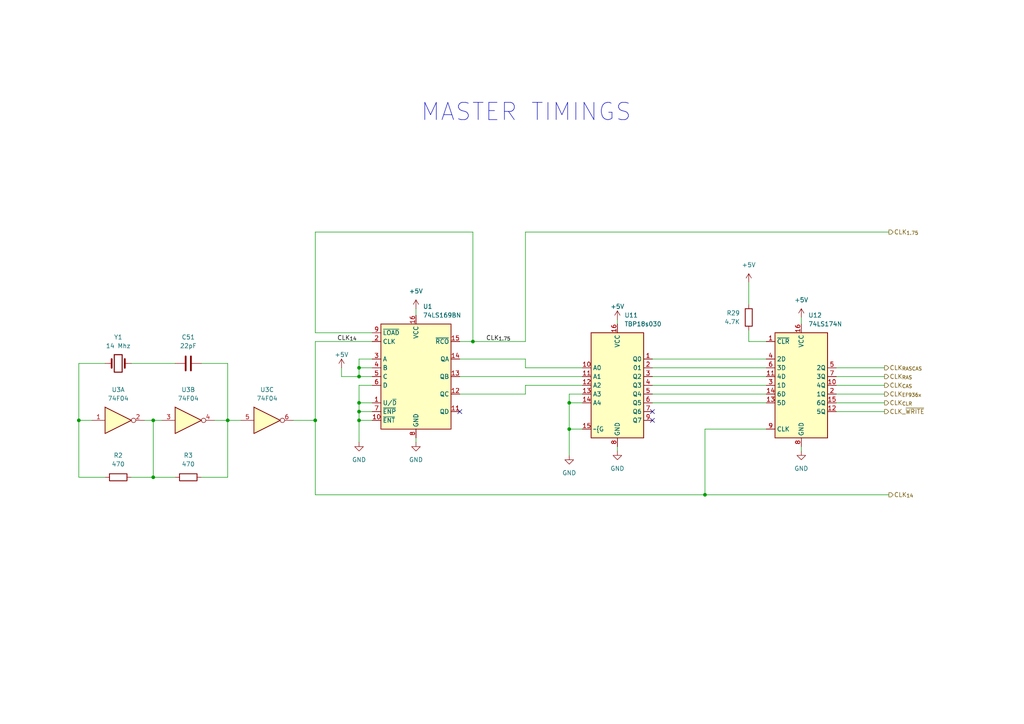
<source format=kicad_sch>
(kicad_sch (version 20230121) (generator eeschema)
  (paper "A4")
  (title_block (title "LOW SPEED GRAPHIK") (date "2022-03-13") (rev "V001") (comment 1 "reverse-engineered in 2022") (comment 2 "creativecommons.org/licenses/by-sa/4.0/") (comment 3 "License: CC BY-SA 4.0") (comment 4 "Author: InsaneDruid"))
  (lib_symbols
    (symbol "74xx:74AHC04"
      (property "Reference" "U" (at 0 1.27 0))
      (property "Value" "74AHC04" (at 0 -1.27 0))
      (symbol "74AHC04_1_0"
        (polyline (pts (xy -3.81 3.81) (xy -3.81 -3.81) (xy 3.81 0) (xy -3.81 3.81)) (stroke (width 0.254)) (fill (type background)))
        (pin input line (at -7.62 0 0) (length 3.81) (name "~") (number "1"))
        (pin output inverted (at 7.62 0 180) (length 3.81) (name "~") (number "2"))
      )
      (symbol "74AHC04_2_0"
        (polyline (pts (xy -3.81 3.81) (xy -3.81 -3.81) (xy 3.81 0) (xy -3.81 3.81)) (stroke (width 0.254)) (fill (type background)))
        (pin input line (at -7.62 0 0) (length 3.81) (name "~") (number "3"))
        (pin output inverted (at 7.62 0 180) (length 3.81) (name "~") (number "4"))
      )
      (symbol "74AHC04_3_0"
        (polyline (pts (xy -3.81 3.81) (xy -3.81 -3.81) (xy 3.81 0) (xy -3.81 3.81)) (stroke (width 0.254)) (fill (type background)))
        (pin input line (at -7.62 0 0) (length 3.81) (name "~") (number "5"))
        (pin output inverted (at 7.62 0 180) (length 3.81) (name "~") (number "6"))
      )
      (symbol "74AHC04_4_0"
        (polyline (pts (xy -3.81 3.81) (xy -3.81 -3.81) (xy 3.81 0) (xy -3.81 3.81)) (stroke (width 0.254)) (fill (type background)))
        (pin output inverted (at 7.62 0 180) (length 3.81) (name "~") (number "8"))
        (pin input line (at -7.62 0 0) (length 3.81) (name "~") (number "9"))
      )
      (symbol "74AHC04_5_0"
        (polyline (pts (xy -3.81 3.81) (xy -3.81 -3.81) (xy 3.81 0) (xy -3.81 3.81)) (stroke (width 0.254)) (fill (type background)))
        (pin output inverted (at 7.62 0 180) (length 3.81) (name "~") (number "10"))
        (pin input line (at -7.62 0 0) (length 3.81) (name "~") (number "11"))
      )
      (symbol "74AHC04_6_0"
        (polyline (pts (xy -3.81 3.81) (xy -3.81 -3.81) (xy 3.81 0) (xy -3.81 3.81)) (stroke (width 0.254)) (fill (type background)))
        (pin output inverted (at 7.62 0 180) (length 3.81) (name "~") (number "12"))
        (pin input line (at -7.62 0 0) (length 3.81) (name "~") (number "13"))
      )
      (symbol "74AHC04_7_0"
        (pin power_in line (at 0 12.7 270) (length 5.08) (name "VCC") (number "14"))
        (pin power_in line (at 0 -12.7 90) (length 5.08) (name "GND") (number "7"))
      )
      (symbol "74AHC04_7_1"
        (rectangle (start -5.08 7.62) (end 5.08 -7.62) (stroke (width 0.254)) (fill (type background)))
      )
    )
    (symbol "Device:C" (pin_numbers hide) (pin_names (offset 0.254))
      (property "Reference" "C" (at 0.635 2.54 0))
      (property "Value" "C" (at 0.635 -2.54 0))
      (symbol "C_0_1"
        (polyline (pts (xy -2.032 -0.762) (xy 2.032 -0.762)) (stroke (width 0.508)))
        (polyline (pts (xy -2.032 0.762) (xy 2.032 0.762)) (stroke (width 0.508)))
      )
      (symbol "C_1_1"
        (pin passive line (at 0 3.81 270) (length 2.794) (name "~") (number "1"))
        (pin passive line (at 0 -3.81 90) (length 2.794) (name "~") (number "2"))
      )
    )
    (symbol "Device:Crystal" (pin_numbers hide) (pin_names (offset 1.016) hide)
      (property "Reference" "Y" (at 0 3.81 0))
      (property "Value" "Crystal" (at 0 -3.81 0))
      (symbol "Crystal_0_1"
        (rectangle (start -1.143 2.54) (end 1.143 -2.54) (stroke (width 0.3048)))
        (polyline (pts (xy -2.54 0) (xy -1.905 0)))
        (polyline (pts (xy -1.905 -1.27) (xy -1.905 1.27)) (stroke (width 0.508)))
        (polyline (pts (xy 1.905 -1.27) (xy 1.905 1.27)) (stroke (width 0.508)))
        (polyline (pts (xy 2.54 0) (xy 1.905 0)))
      )
      (symbol "Crystal_1_1"
        (pin passive line (at -3.81 0 0) (length 1.27) (name "1") (number "1"))
        (pin passive line (at 3.81 0 180) (length 1.27) (name "2") (number "2"))
      )
    )
    (symbol "Device:R" (pin_numbers hide) (pin_names (offset 0))
      (property "Reference" "R" (at 2.032 0 90))
      (property "Value" "R" (at 0 0 90))
      (symbol "R_0_1"
        (rectangle (start -1.016 -2.54) (end 1.016 2.54) (stroke (width 0.254)))
      )
      (symbol "R_1_1"
        (pin passive line (at 0 3.81 270) (length 1.27) (name "~") (number "1"))
        (pin passive line (at 0 -3.81 90) (length 1.27) (name "~") (number "2"))
      )
    )
    (symbol "HGS_lib_sch:SN74LS169BN"
      (property "Reference" "U1" (at -10.16 17.78 0))
      (property "Value" "SN74LS169BN" (at 5.08 -17.78 0))
      (symbol "SN74LS169BN_0_0"
        (pin input line (at -12.7 -7.62 0) (length 2.54) (name "U/~{D}") (number "1"))
        (pin input line (at -12.7 -12.7 0) (length 2.54) (name "~{ENT}") (number "10"))
        (pin output line (at 12.7 -10.16 180) (length 2.54) (name "QD") (number "11"))
        (pin output line (at 12.7 -5.08 180) (length 2.54) (name "QC") (number "12"))
        (pin output line (at 12.7 0 180) (length 2.54) (name "QB") (number "13"))
        (pin output line (at 12.7 5.08 180) (length 2.54) (name "QA") (number "14"))
        (pin output line (at 12.7 10.16 180) (length 2.54) (name "~{RCO}") (number "15"))
        (pin power_in line (at 0 17.78 270) (length 2.54) (name "VCC") (number "16"))
        (pin input line (at -12.7 10.16 0) (length 2.54) (name "CLK") (number "2"))
        (pin input line (at -12.7 5.08 0) (length 2.54) (name "A") (number "3"))
        (pin input line (at -12.7 2.54 0) (length 2.54) (name "B") (number "4"))
        (pin input line (at -12.7 0 0) (length 2.54) (name "C") (number "5"))
        (pin input line (at -12.7 -2.54 0) (length 2.54) (name "D") (number "6"))
        (pin input line (at -12.7 -10.16 0) (length 2.54) (name "~{ENP}") (number "7"))
        (pin power_in line (at 0 -17.78 90) (length 2.54) (name "GND") (number "8"))
        (pin input line (at -12.7 12.7 0) (length 2.54) (name "~{LOAD}") (number "9"))
      )
      (symbol "SN74LS169BN_0_1"
        (polyline (pts (xy -10.16 15.24) (xy 10.16 15.24) (xy 10.16 -15.24) (xy -10.16 -15.24) (xy -10.16 15.24)) (stroke (width 0.254)) (fill (type background)))
      )
    )
    (symbol "HGS_lib_sch:SN74LS174N"
      (property "Reference" "U12" (at -7.62 17.78 0))
      (property "Value" "SN74LS174N" (at 2.54 -17.78 0))
      (symbol "SN74LS174N_0_0"
        (pin input line (at -10.16 12.7 0) (length 2.54) (name "~{CLR}") (number "1"))
        (pin output line (at 10.16 0 180) (length 2.54) (name "4Q") (number "10"))
        (pin input line (at -10.16 2.54 0) (length 2.54) (name "4D") (number "11"))
        (pin output line (at 10.16 -7.62 180) (length 2.54) (name "5Q") (number "12"))
        (pin input line (at -10.16 -5.08 0) (length 2.54) (name "5D") (number "13"))
        (pin input line (at -10.16 -2.54 0) (length 2.54) (name "6D") (number "14"))
        (pin output line (at 10.16 -5.08 180) (length 2.54) (name "6Q") (number "15"))
        (pin power_in line (at 0 17.78 270) (length 2.54) (name "VCC") (number "16"))
        (pin output line (at 10.16 -2.54 180) (length 2.54) (name "1Q") (number "2"))
        (pin input line (at -10.16 0 0) (length 2.54) (name "1D") (number "3"))
        (pin input line (at -10.16 7.62 0) (length 2.54) (name "2D") (number "4"))
        (pin output line (at 10.16 5.08 180) (length 2.54) (name "2Q") (number "5"))
        (pin input line (at -10.16 5.08 0) (length 2.54) (name "3D") (number "6"))
        (pin output line (at 10.16 2.54 180) (length 2.54) (name "3Q") (number "7"))
        (pin power_in line (at 0 -17.78 90) (length 2.54) (name "GND") (number "8"))
        (pin input line (at -10.16 -12.7 0) (length 2.54) (name "CLK") (number "9"))
      )
      (symbol "SN74LS174N_0_1"
        (polyline (pts (xy -7.62 15.24) (xy 7.62 15.24) (xy 7.62 -15.24) (xy -7.62 -15.24) (xy -7.62 15.24)) (stroke (width 0.254)) (fill (type background)))
      )
    )
    (symbol "HGS_lib_sch:TBP18s030"
      (property "Reference" "U11" (at -7.62 16.51 0))
      (property "Value" "TBP18s030" (at 2.54 -19.05 0))
      (symbol "TBP18s030_0_1"
        (rectangle (start -7.62 15.24) (end 7.62 -15.24) (stroke (width 0.254)) (fill (type background)))
      )
      (symbol "TBP18s030_1_1"
        (pin output line (at 10.16 7.62 180) (length 2.54) (name "Q0") (number "1"))
        (pin input line (at -10.16 5.08 0) (length 2.54) (name "A0") (number "10"))
        (pin input line (at -10.16 2.54 0) (length 2.54) (name "A1") (number "11"))
        (pin input line (at -10.16 0 0) (length 2.54) (name "A2") (number "12"))
        (pin input line (at -10.16 -2.54 0) (length 2.54) (name "A3") (number "13"))
        (pin input line (at -10.16 -5.08 0) (length 2.54) (name "A4") (number "14"))
        (pin input line (at -10.16 -12.7 0) (length 2.54) (name "~{G") (number "15"))
        (pin power_in line (at 0 17.78 270) (length 2.54) (name "VCC") (number "16"))
        (pin output line (at 10.16 5.08 180) (length 2.54) (name "01") (number "2"))
        (pin output line (at 10.16 2.54 180) (length 2.54) (name "Q2") (number "3"))
        (pin output line (at 10.16 0 180) (length 2.54) (name "Q3") (number "4"))
        (pin output line (at 10.16 -2.54 180) (length 2.54) (name "Q4") (number "5"))
        (pin output line (at 10.16 -5.08 180) (length 2.54) (name "Q5") (number "6"))
        (pin output line (at 10.16 -7.62 180) (length 2.54) (name "Q6") (number "7"))
        (pin power_in line (at 0 -17.78 90) (length 2.54) (name "GND") (number "8"))
        (pin output line (at 10.16 -10.16 180) (length 2.54) (name "Q7") (number "9"))
      )
    )
    (symbol "power:+5V" (power) (pin_names (offset 0))
      (property "Value" "+5V" (at 0 3.556 0))
      (symbol "+5V_0_1"
        (polyline (pts (xy -0.762 1.27) (xy 0 2.54)))
        (polyline (pts (xy 0 0) (xy 0 2.54)))
        (polyline (pts (xy 0 2.54) (xy 0.762 1.27)))
      )
      (symbol "+5V_1_1"
        (pin power_in line (at 0 0 90) (length 0) hide (name "+5V") (number "1"))
      )
    )
    (symbol "power:GND" (power) (pin_names (offset 0))
      (property "Value" "GND" (at 0 -3.81 0))
      (symbol "GND_0_1"
        (polyline (pts (xy 0 0) (xy 0 -1.27) (xy 1.27 -1.27) (xy 0 -2.54) (xy -1.27 -1.27) (xy 0 -1.27)))
      )
      (symbol "GND_1_1"
        (pin power_in line (at 0 0 270) (length 0) hide (name "GND") (number "1"))
      )
    )
  )
  (junction (at 44.45 121.92))
  (junction (at 165.1 124.46))
  (junction (at 44.45 138.43))
  (junction (at 104.14 116.84))
  (junction (at 104.14 121.92))
  (junction (at 91.44 121.92))
  (junction (at 137.16 99.06))
  (junction (at 104.14 106.68))
  (junction (at 22.86 121.92))
  (junction (at 66.04 121.92))
  (junction (at 104.14 109.22))
  (junction (at 104.14 119.38))
  (junction (at 165.1 116.84))
  (junction (at 204.47 143.51))
  (no_connect (at 133.35 119.38))
  (no_connect (at 189.23 119.38))
  (no_connect (at 189.23 121.92))
  (wire (pts (xy 104.14 106.68) (xy 104.14 104.14)))
  (wire (pts (xy 152.4 111.76) (xy 168.91 111.76)))
  (wire (pts (xy 152.4 111.76) (xy 152.4 114.3)))
  (wire (pts (xy 22.86 105.41) (xy 22.86 121.92)))
  (wire (pts (xy 85.09 121.92) (xy 91.44 121.92)))
  (wire (pts (xy 242.57 106.68) (xy 256.54 106.68)))
  (wire (pts (xy 62.23 121.92) (xy 66.04 121.92)))
  (wire (pts (xy 137.16 99.06) (xy 152.4 99.06)))
  (wire (pts (xy 104.14 104.14) (xy 107.95 104.14)))
  (wire (pts (xy 152.4 106.68) (xy 168.91 106.68)))
  (wire (pts (xy 22.86 105.41) (xy 30.48 105.41)))
  (wire (pts (xy 58.42 138.43) (xy 66.04 138.43)))
  (wire (pts (xy 152.4 114.3) (xy 133.35 114.3)))
  (wire (pts (xy 38.1 105.41) (xy 50.8 105.41)))
  (wire (pts (xy 58.42 105.41) (xy 66.04 105.41)))
  (wire (pts (xy 133.35 99.06) (xy 137.16 99.06)))
  (wire (pts (xy 44.45 138.43) (xy 50.8 138.43)))
  (wire (pts (xy 165.1 132.08) (xy 165.1 124.46)))
  (wire (pts (xy 104.14 111.76) (xy 107.95 111.76)))
  (wire (pts (xy 232.41 92.075) (xy 232.41 93.98)))
  (wire (pts (xy 242.57 116.84) (xy 256.54 116.84)))
  (wire (pts (xy 38.1 138.43) (xy 44.45 138.43)))
  (wire (pts (xy 189.23 106.68) (xy 222.25 106.68)))
  (wire (pts (xy 104.14 116.84) (xy 104.14 119.38)))
  (wire (pts (xy 104.14 121.92) (xy 104.14 119.38)))
  (wire (pts (xy 152.4 104.14) (xy 152.4 106.68)))
  (wire (pts (xy 91.44 96.52) (xy 91.44 67.31)))
  (wire (pts (xy 217.17 81.915) (xy 217.17 88.265)))
  (wire (pts (xy 91.44 121.92) (xy 91.44 143.51)))
  (wire (pts (xy 179.07 92.71) (xy 179.07 93.98)))
  (wire (pts (xy 66.04 121.92) (xy 69.85 121.92)))
  (wire (pts (xy 22.86 138.43) (xy 30.48 138.43)))
  (wire (pts (xy 179.07 129.54) (xy 179.07 130.81)))
  (wire (pts (xy 91.44 96.52) (xy 107.95 96.52)))
  (wire (pts (xy 165.1 116.84) (xy 168.91 116.84)))
  (wire (pts (xy 242.57 111.76) (xy 256.54 111.76)))
  (wire (pts (xy 189.23 114.3) (xy 222.25 114.3)))
  (wire (pts (xy 165.1 114.3) (xy 165.1 116.84)))
  (wire (pts (xy 104.14 121.92) (xy 107.95 121.92)))
  (wire (pts (xy 204.47 143.51) (xy 204.47 124.46)))
  (wire (pts (xy 91.44 99.06) (xy 107.95 99.06)))
  (wire (pts (xy 99.06 106.68) (xy 99.06 109.22)))
  (wire (pts (xy 44.45 121.92) (xy 46.99 121.92)))
  (wire (pts (xy 104.14 109.22) (xy 107.95 109.22)))
  (wire (pts (xy 165.1 114.3) (xy 168.91 114.3)))
  (wire (pts (xy 133.35 109.22) (xy 168.91 109.22)))
  (wire (pts (xy 120.65 127) (xy 120.65 128.27)))
  (wire (pts (xy 204.47 143.51) (xy 257.81 143.51)))
  (wire (pts (xy 189.23 111.76) (xy 222.25 111.76)))
  (wire (pts (xy 217.17 99.06) (xy 222.25 99.06)))
  (wire (pts (xy 165.1 124.46) (xy 168.91 124.46)))
  (wire (pts (xy 204.47 124.46) (xy 222.25 124.46)))
  (wire (pts (xy 44.45 121.92) (xy 41.91 121.92)))
  (wire (pts (xy 152.4 67.31) (xy 257.81 67.31)))
  (wire (pts (xy 22.86 121.92) (xy 22.86 138.43)))
  (wire (pts (xy 137.16 99.06) (xy 137.16 67.31)))
  (wire (pts (xy 104.14 111.76) (xy 104.14 116.84)))
  (wire (pts (xy 66.04 105.41) (xy 66.04 121.92)))
  (wire (pts (xy 120.65 91.44) (xy 120.65 89.535)))
  (wire (pts (xy 104.14 121.92) (xy 104.14 128.27)))
  (wire (pts (xy 91.44 99.06) (xy 91.44 121.92)))
  (wire (pts (xy 91.44 143.51) (xy 204.47 143.51)))
  (wire (pts (xy 104.14 106.68) (xy 107.95 106.68)))
  (wire (pts (xy 104.14 109.22) (xy 99.06 109.22)))
  (wire (pts (xy 104.14 116.84) (xy 107.95 116.84)))
  (wire (pts (xy 189.23 116.84) (xy 222.25 116.84)))
  (wire (pts (xy 232.41 130.81) (xy 232.41 129.54)))
  (wire (pts (xy 44.45 121.92) (xy 44.45 138.43)))
  (wire (pts (xy 189.23 104.14) (xy 222.25 104.14)))
  (wire (pts (xy 104.14 119.38) (xy 107.95 119.38)))
  (wire (pts (xy 242.57 119.38) (xy 256.54 119.38)))
  (wire (pts (xy 22.86 121.92) (xy 26.67 121.92)))
  (wire (pts (xy 152.4 99.06) (xy 152.4 67.31)))
  (wire (pts (xy 152.4 104.14) (xy 133.35 104.14)))
  (wire (pts (xy 217.17 95.885) (xy 217.17 99.06)))
  (wire (pts (xy 189.23 109.22) (xy 222.25 109.22)))
  (wire (pts (xy 242.57 109.22) (xy 256.54 109.22)))
  (wire (pts (xy 165.1 116.84) (xy 165.1 124.46)))
  (wire (pts (xy 91.44 67.31) (xy 137.16 67.31)))
  (wire (pts (xy 66.04 138.43) (xy 66.04 121.92)))
  (wire (pts (xy 242.57 114.3) (xy 256.54 114.3)))
  (wire (pts (xy 104.14 109.22) (xy 104.14 106.68)))
  (text "MASTER TIMINGS" (at 121.92 35.56 0) (effects (font (size 5 5)) (justify left bottom)))
  (label "CLK_{14}" (at 97.79 99.06 0))
  (label "CLK_{1.75}" (at 140.97 99.06 0))
  (hierarchical_label "CLK_~{WRITE}" (shape output) (at 256.54 119.38 0))
  (hierarchical_label "CLK_{14}" (shape output) (at 257.81 143.51 0))
  (hierarchical_label "CLK_{CAS}" (shape output) (at 256.54 111.76 0))
  (hierarchical_label "CLK_{EF936x}" (shape output) (at 256.54 114.3 0))
  (hierarchical_label "CLK_{CLR}" (shape output) (at 256.54 116.84 0))
  (hierarchical_label "CLK_{RAS}" (shape output) (at 256.54 109.22 0))
  (hierarchical_label "CLK_{RASCAS}" (shape output) (at 256.54 106.68 0))
  (hierarchical_label "CLK_{1.75}" (shape output) (at 257.81 67.31 0))
  (symbol (lib_id "power:+5V") (at 99.06 106.68 0) (unit 1)
    (property "Reference" "#PWR061" (effects hide))
    (property "Value" "+5V" (at 99.06 102.87 0))
  )
  (symbol (lib_id "74xx:74AHC04") (at 34.29 121.92 0) (unit 1)
    (property "Reference" "U3" (at 34.29 113.03 0))
    (property "Value" "74F04" (at 34.29 115.57 0))
    (property "Footprint" "lsg_lib_fp:DIP-14_W7.62mm" (effects hide))
    (property "Datasheet" "https://assets.nexperia.com/documents/data-sheet/74AHC_AHCT04.pdf" (effects hide))
  )
  (symbol (lib_id "power:+5V") (at 232.41 92.075 0) (unit 1)
    (property "Reference" "#PWR069" (effects hide))
    (property "Value" "+5V" (at 232.41 86.995 0))
  )
  (symbol (lib_id "74xx:74AHC04") (at 77.47 121.92 0) (unit 3)
    (property "Reference" "U3" (at 77.47 113.03 0))
    (property "Value" "74F04" (at 77.47 115.57 0))
    (property "Footprint" "lsg_lib_fp:DIP-14_W7.62mm" (effects hide))
    (property "Datasheet" "https://assets.nexperia.com/documents/data-sheet/74AHC_AHCT04.pdf" (effects hide))
  )
  (symbol (lib_id "Device:R") (at 54.61 138.43 90) (unit 1)
    (property "Reference" "R3" (at 54.61 132.08 90))
    (property "Value" "470" (at 54.61 134.62 90))
    (property "Footprint" "lsg_lib_fp:R_Axial_DIN0309_L9.0mm_D222.2mm_P12.70mm_Horizontal" (effects hide))
  )
  (symbol (lib_id "HGS_lib_sch:TBP18s030") (at 179.07 111.76 0) (unit 1)
    (property "Reference" "U11" (at 181.0894 91.44 0) (effects (justify left)))
    (property "Value" "TBP18s030" (at 181.0894 93.98 0) (effects (justify left)))
    (property "Footprint" "lsg_lib_fp:DIP-16_W7.62mm" (effects hide))
    (property "Datasheet" "https://pdf1.alldatasheet.com/datasheet-pdf/view/100630/TI/TBP18S030.html" (effects hide))
  )
  (symbol (lib_id "HGS_lib_sch:SN74LS174N") (at 232.41 111.76 0) (unit 1)
    (property "Reference" "U12" (at 234.4294 91.44 0) (effects (justify left)))
    (property "Value" "74LS174N" (at 234.4294 93.98 0) (effects (justify left)))
    (property "Footprint" "lsg_lib_fp:DIP-16_W7.62mm" (effects hide))
    (property "Datasheet" "http://www.ti.com/lit/gpn/sn74ls174" (effects hide))
  )
  (symbol (lib_id "power:GND") (at 120.65 128.27 0) (unit 1)
    (property "Reference" "#PWR064" (effects hide))
    (property "Value" "GND" (at 120.65 133.35 0))
  )
  (symbol (lib_id "power:GND") (at 232.41 130.81 0) (unit 1)
    (property "Reference" "#PWR070" (effects hide))
    (property "Value" "GND" (at 232.41 135.89 0))
  )
  (symbol (lib_id "Device:Crystal") (at 34.29 105.41 0) (unit 1)
    (property "Reference" "Y1" (at 34.29 97.79 0))
    (property "Value" "14 Mhz" (at 34.29 100.33 0))
    (property "Footprint" "lsg_lib_fp:Crystal_HC49-U_Vertical" (effects hide))
  )
  (symbol (lib_id "Device:C") (at 54.61 105.41 90) (unit 1)
    (property "Reference" "C51" (at 54.61 97.79 90))
    (property "Value" "22pF" (at 54.61 100.33 90))
    (property "Footprint" "lsg_lib_fp:C_Rect_L7.0mm_W2.5mm_P5.08mm" (effects hide))
  )
  (symbol (lib_id "power:+5V") (at 120.65 89.535 0) (unit 1)
    (property "Reference" "#PWR063" (effects hide))
    (property "Value" "+5V" (at 120.65 84.455 0))
  )
  (symbol (lib_id "Device:R") (at 34.29 138.43 90) (unit 1)
    (property "Reference" "R2" (at 34.29 132.08 90))
    (property "Value" "470" (at 34.29 134.62 90))
    (property "Footprint" "lsg_lib_fp:R_Axial_DIN0309_L9.0mm_D222.2mm_P12.70mm_Horizontal" (effects hide))
  )
  (symbol (lib_id "74xx:74AHC04") (at 54.61 121.92 0) (unit 2)
    (property "Reference" "U3" (at 54.61 113.03 0))
    (property "Value" "74F04" (at 54.61 115.57 0))
    (property "Footprint" "lsg_lib_fp:DIP-14_W7.62mm" (effects hide))
    (property "Datasheet" "https://assets.nexperia.com/documents/data-sheet/74AHC_AHCT04.pdf" (effects hide))
  )
  (symbol (lib_id "power:+5V") (at 217.17 81.915 0) (unit 1)
    (property "Reference" "#PWR068" (effects hide))
    (property "Value" "+5V" (at 217.17 76.835 0))
  )
  (symbol (lib_id "power:GND") (at 179.07 130.81 0) (unit 1)
    (property "Reference" "#PWR067" (effects hide))
    (property "Value" "GND" (at 179.07 135.89 0))
  )
  (symbol (lib_id "HGS_lib_sch:SN74LS169BN") (at 120.65 109.22 0) (unit 1)
    (property "Reference" "U1" (at 122.6694 88.9 0) (effects (justify left)))
    (property "Value" "74LS169BN" (at 122.6694 91.44 0) (effects (justify left)))
    (property "Footprint" "lsg_lib_fp:DIP-16_W7.62mm" (effects hide))
    (property "Datasheet" "http://www.ti.com/lit/gpn/SN74LS169B" (effects hide))
  )
  (symbol (lib_id "Device:R") (at 217.17 92.075 180) (unit 1)
    (property "Reference" "R29" (at 214.63 90.8049 0) (effects (justify left)))
    (property "Value" "4.7K" (at 214.63 93.3449 0) (effects (justify left)))
    (property "Footprint" "lsg_lib_fp:R_Axial_DIN0309_L9.0mm_D222.2mm_P12.70mm_Horizontal" (effects hide))
  )
  (symbol (lib_id "power:GND") (at 104.14 128.27 0) (unit 1)
    (property "Reference" "#PWR062" (effects hide))
    (property "Value" "GND" (at 104.14 133.35 0))
  )
  (symbol (lib_id "power:GND") (at 165.1 132.08 0) (unit 1)
    (property "Reference" "#PWR0120" (effects hide))
    (property "Value" "GND" (at 165.1 137.16 0))
  )
  (symbol (lib_id "power:+5V") (at 179.07 92.71 0) (unit 1)
    (property "Reference" "#PWR066" (effects hide))
    (property "Value" "+5V" (at 179.07 88.9 0))
  )
)
</source>
